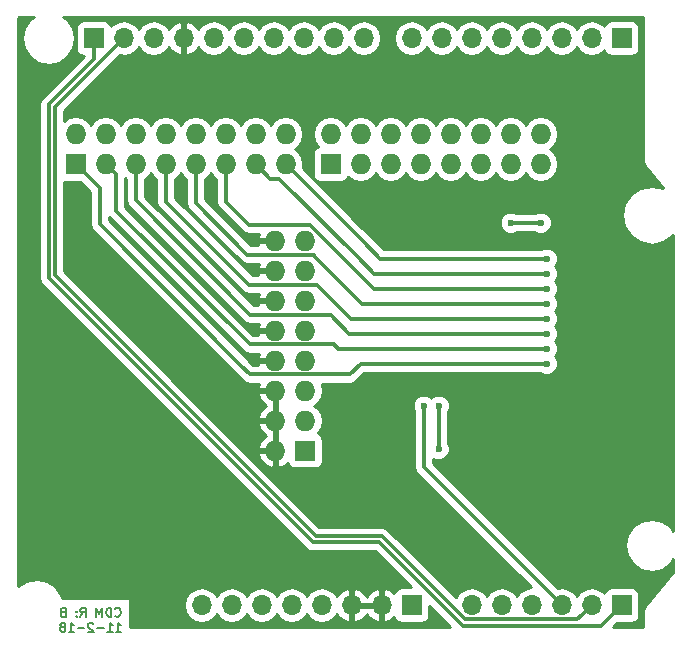
<source format=gbl>
G04 #@! TF.FileFunction,Copper,L2,Bot,Signal*
%FSLAX46Y46*%
G04 Gerber Fmt 4.6, Leading zero omitted, Abs format (unit mm)*
G04 Created by KiCad (PCBNEW 4.0.5+dfsg1-4) date Fri Nov  2 19:26:51 2018*
%MOMM*%
%LPD*%
G01*
G04 APERTURE LIST*
%ADD10C,0.100000*%
%ADD11C,0.150000*%
%ADD12C,0.600000*%
%ADD13R,1.727200X1.727200*%
%ADD14O,1.727200X1.727200*%
%ADD15R,1.700000X1.700000*%
%ADD16O,1.700000X1.700000*%
%ADD17C,0.304800*%
%ADD18C,0.254000*%
G04 APERTURE END LIST*
D10*
D11*
X134913429Y-123328357D02*
X134949143Y-123364071D01*
X135056286Y-123399786D01*
X135127715Y-123399786D01*
X135234858Y-123364071D01*
X135306286Y-123292643D01*
X135342001Y-123221214D01*
X135377715Y-123078357D01*
X135377715Y-122971214D01*
X135342001Y-122828357D01*
X135306286Y-122756929D01*
X135234858Y-122685500D01*
X135127715Y-122649786D01*
X135056286Y-122649786D01*
X134949143Y-122685500D01*
X134913429Y-122721214D01*
X134592001Y-123399786D02*
X134592001Y-122649786D01*
X134413429Y-122649786D01*
X134306286Y-122685500D01*
X134234858Y-122756929D01*
X134199143Y-122828357D01*
X134163429Y-122971214D01*
X134163429Y-123078357D01*
X134199143Y-123221214D01*
X134234858Y-123292643D01*
X134306286Y-123364071D01*
X134413429Y-123399786D01*
X134592001Y-123399786D01*
X133842001Y-123399786D02*
X133842001Y-122649786D01*
X133592001Y-123185500D01*
X133342001Y-122649786D01*
X133342001Y-123399786D01*
X131984857Y-123399786D02*
X132234857Y-123042643D01*
X132413429Y-123399786D02*
X132413429Y-122649786D01*
X132127714Y-122649786D01*
X132056286Y-122685500D01*
X132020571Y-122721214D01*
X131984857Y-122792643D01*
X131984857Y-122899786D01*
X132020571Y-122971214D01*
X132056286Y-123006929D01*
X132127714Y-123042643D01*
X132413429Y-123042643D01*
X131663429Y-123328357D02*
X131627714Y-123364071D01*
X131663429Y-123399786D01*
X131699143Y-123364071D01*
X131663429Y-123328357D01*
X131663429Y-123399786D01*
X131663429Y-122935500D02*
X131627714Y-122971214D01*
X131663429Y-123006929D01*
X131699143Y-122971214D01*
X131663429Y-122935500D01*
X131663429Y-123006929D01*
X130484857Y-123006929D02*
X130377714Y-123042643D01*
X130341999Y-123078357D01*
X130306285Y-123149786D01*
X130306285Y-123256929D01*
X130341999Y-123328357D01*
X130377714Y-123364071D01*
X130449142Y-123399786D01*
X130734857Y-123399786D01*
X130734857Y-122649786D01*
X130484857Y-122649786D01*
X130413428Y-122685500D01*
X130377714Y-122721214D01*
X130341999Y-122792643D01*
X130341999Y-122864071D01*
X130377714Y-122935500D01*
X130413428Y-122971214D01*
X130484857Y-123006929D01*
X130734857Y-123006929D01*
X134984857Y-124674786D02*
X135413429Y-124674786D01*
X135199143Y-124674786D02*
X135199143Y-123924786D01*
X135270572Y-124031929D01*
X135342000Y-124103357D01*
X135413429Y-124139071D01*
X134270571Y-124674786D02*
X134699143Y-124674786D01*
X134484857Y-124674786D02*
X134484857Y-123924786D01*
X134556286Y-124031929D01*
X134627714Y-124103357D01*
X134699143Y-124139071D01*
X133949143Y-124389071D02*
X133377714Y-124389071D01*
X133056286Y-123996214D02*
X133020572Y-123960500D01*
X132949143Y-123924786D01*
X132770572Y-123924786D01*
X132699143Y-123960500D01*
X132663429Y-123996214D01*
X132627714Y-124067643D01*
X132627714Y-124139071D01*
X132663429Y-124246214D01*
X133092000Y-124674786D01*
X132627714Y-124674786D01*
X132306286Y-124389071D02*
X131734857Y-124389071D01*
X130984857Y-124674786D02*
X131413429Y-124674786D01*
X131199143Y-124674786D02*
X131199143Y-123924786D01*
X131270572Y-124031929D01*
X131342000Y-124103357D01*
X131413429Y-124139071D01*
X130556286Y-124246214D02*
X130627714Y-124210500D01*
X130663429Y-124174786D01*
X130699143Y-124103357D01*
X130699143Y-124067643D01*
X130663429Y-123996214D01*
X130627714Y-123960500D01*
X130556286Y-123924786D01*
X130413429Y-123924786D01*
X130342000Y-123960500D01*
X130306286Y-123996214D01*
X130270571Y-124067643D01*
X130270571Y-124103357D01*
X130306286Y-124174786D01*
X130342000Y-124210500D01*
X130413429Y-124246214D01*
X130556286Y-124246214D01*
X130627714Y-124281929D01*
X130663429Y-124317643D01*
X130699143Y-124389071D01*
X130699143Y-124531929D01*
X130663429Y-124603357D01*
X130627714Y-124639071D01*
X130556286Y-124674786D01*
X130413429Y-124674786D01*
X130342000Y-124639071D01*
X130306286Y-124603357D01*
X130270571Y-124531929D01*
X130270571Y-124389071D01*
X130306286Y-124317643D01*
X130342000Y-124281929D01*
X130413429Y-124246214D01*
D12*
X163830000Y-105537000D03*
D13*
X153162000Y-85090000D03*
D14*
X153162000Y-82550000D03*
X155702000Y-85090000D03*
X155702000Y-82550000D03*
X158242000Y-85090000D03*
X158242000Y-82550000D03*
X160782000Y-85090000D03*
X160782000Y-82550000D03*
X163322000Y-85090000D03*
X163322000Y-82550000D03*
X165862000Y-85090000D03*
X165862000Y-82550000D03*
X168402000Y-85090000D03*
X168402000Y-82550000D03*
X170942000Y-85090000D03*
X170942000Y-82550000D03*
D15*
X177800000Y-122428000D03*
D16*
X175260000Y-122428000D03*
X172720000Y-122428000D03*
X170180000Y-122428000D03*
X167640000Y-122428000D03*
X165100000Y-122428000D03*
D15*
X177800000Y-74422000D03*
D16*
X175260000Y-74422000D03*
X172720000Y-74422000D03*
X170180000Y-74422000D03*
X167640000Y-74422000D03*
X165100000Y-74422000D03*
X162560000Y-74422000D03*
X160020000Y-74422000D03*
D15*
X160020000Y-122428000D03*
D16*
X157480000Y-122428000D03*
X154940000Y-122428000D03*
X152400000Y-122428000D03*
X149860000Y-122428000D03*
X147320000Y-122428000D03*
X144780000Y-122428000D03*
X142240000Y-122428000D03*
D15*
X133096000Y-74422000D03*
D16*
X135636000Y-74422000D03*
X138176000Y-74422000D03*
X140716000Y-74422000D03*
X143256000Y-74422000D03*
X145796000Y-74422000D03*
X148336000Y-74422000D03*
X150876000Y-74422000D03*
X153416000Y-74422000D03*
X155956000Y-74422000D03*
D13*
X151003000Y-109347000D03*
D14*
X148463000Y-109347000D03*
X151003000Y-106807000D03*
X148463000Y-106807000D03*
X151003000Y-104267000D03*
X148463000Y-104267000D03*
X151003000Y-101727000D03*
X148463000Y-101727000D03*
X151003000Y-99187000D03*
X148463000Y-99187000D03*
X151003000Y-96647000D03*
X148463000Y-96647000D03*
X151003000Y-94107000D03*
X148463000Y-94107000D03*
X151003000Y-91567000D03*
X148463000Y-91567000D03*
D13*
X131572000Y-85090000D03*
D14*
X131572000Y-82550000D03*
X134112000Y-85090000D03*
X134112000Y-82550000D03*
X136652000Y-85090000D03*
X136652000Y-82550000D03*
X139192000Y-85090000D03*
X139192000Y-82550000D03*
X141732000Y-85090000D03*
X141732000Y-82550000D03*
X144272000Y-85090000D03*
X144272000Y-82550000D03*
X146812000Y-85090000D03*
X146812000Y-82550000D03*
X149352000Y-85090000D03*
X149352000Y-82550000D03*
D12*
X164846000Y-86741000D03*
X162306000Y-109220000D03*
X162306000Y-105537000D03*
X161036000Y-105537000D03*
X170942000Y-90043000D03*
X168402000Y-90043000D03*
X171450000Y-101981000D03*
X171450000Y-100711000D03*
X171450000Y-99441000D03*
X171450000Y-98171000D03*
X171450000Y-96901000D03*
X171450000Y-95631000D03*
X171450000Y-94361000D03*
X171450000Y-93091000D03*
D17*
X162306000Y-105537000D02*
X162306000Y-109220000D01*
X129286000Y-94742000D02*
X129286000Y-80010000D01*
X133096000Y-76200000D02*
X129286000Y-80010000D01*
X133096000Y-74422000D02*
X133096000Y-76200000D01*
X177800000Y-122428000D02*
X176022000Y-124206000D01*
X176022000Y-124206000D02*
X164375274Y-124206000D01*
X164375274Y-124206000D02*
X157263274Y-117094000D01*
X157263274Y-117094000D02*
X151638000Y-117094000D01*
X151638000Y-117094000D02*
X129286000Y-94742000D01*
X174410001Y-123277999D02*
X175260000Y-122428000D01*
X164521311Y-123633601D02*
X174054399Y-123633601D01*
X151891989Y-116585989D02*
X157473699Y-116585989D01*
X129794000Y-94488000D02*
X151891989Y-116585989D01*
X129794000Y-80264000D02*
X129794000Y-94488000D01*
X174054399Y-123633601D02*
X174410001Y-123277999D01*
X157473699Y-116585989D02*
X164521311Y-123633601D01*
X135636000Y-74422000D02*
X129794000Y-80264000D01*
X172720000Y-122428000D02*
X161036000Y-110744000D01*
X161036000Y-110744000D02*
X161036000Y-105537000D01*
X170942000Y-90043000D02*
X168402000Y-90043000D01*
X153390599Y-102895401D02*
X154787599Y-102895401D01*
X154787599Y-102895401D02*
X155702000Y-101981000D01*
X131572000Y-85090000D02*
X133604000Y-87122000D01*
X133604000Y-87122000D02*
X133604000Y-90170000D01*
X145592799Y-102185217D02*
X146302983Y-102895401D01*
X133604000Y-90170000D02*
X145592799Y-102158799D01*
X145592799Y-102158799D02*
X145592799Y-102185217D01*
X146302983Y-102895401D02*
X153390599Y-102895401D01*
X155702000Y-101981000D02*
X171450000Y-101981000D01*
X146302983Y-100355401D02*
X153416000Y-100355401D01*
X171450000Y-100711000D02*
X153771599Y-100711000D01*
X153771599Y-100711000D02*
X153416000Y-100355401D01*
X134112000Y-85090000D02*
X134975599Y-85953599D01*
X134975599Y-89028017D02*
X146302983Y-100355401D01*
X134975599Y-85953599D02*
X134975599Y-89028017D01*
X136652000Y-85090000D02*
X136652000Y-88164418D01*
X136652000Y-88164418D02*
X146328381Y-97840799D01*
X153162000Y-97840799D02*
X154762201Y-99441000D01*
X146328381Y-97840799D02*
X153162000Y-97840799D01*
X154762201Y-99441000D02*
X171450000Y-99441000D01*
X146226783Y-95300799D02*
X152019000Y-95300799D01*
X154889201Y-98171000D02*
X152019000Y-95300799D01*
X171450000Y-98171000D02*
X154889201Y-98171000D01*
X139192000Y-85090000D02*
X139192000Y-88266016D01*
X139192000Y-88266016D02*
X146226783Y-95300799D01*
X146100799Y-92760799D02*
X151765000Y-92760799D01*
X155829000Y-96901000D02*
X171450000Y-96901000D01*
X151765000Y-92760799D02*
X151765000Y-92837000D01*
X151765000Y-92837000D02*
X155829000Y-96901000D01*
X141732000Y-88164418D02*
X141732000Y-88392000D01*
X141732000Y-88392000D02*
X146100799Y-92760799D01*
X141732000Y-88164418D02*
X141758418Y-88164418D01*
X141732000Y-85090000D02*
X141732000Y-88164418D01*
X156845000Y-95631000D02*
X171450000Y-95631000D01*
X151434799Y-90220799D02*
X156845000Y-95631000D01*
X146226783Y-90220799D02*
X151434799Y-90220799D01*
X144272000Y-85090000D02*
X144272000Y-88266016D01*
X144272000Y-88266016D02*
X146226783Y-90220799D01*
X156845000Y-94361000D02*
X156972000Y-94361000D01*
X155448000Y-92964000D02*
X156845000Y-94361000D01*
X156972000Y-94361000D02*
X171450000Y-94361000D01*
X148793201Y-86309201D02*
X155448000Y-92964000D01*
X146812000Y-85090000D02*
X148031201Y-86309201D01*
X148031201Y-86309201D02*
X148793201Y-86309201D01*
X157353000Y-93091000D02*
X171450000Y-93091000D01*
X155956000Y-91694000D02*
X157353000Y-93091000D01*
X149352000Y-85090000D02*
X155956000Y-91694000D01*
D18*
G36*
X127706323Y-72842323D02*
X127222053Y-73567085D01*
X127052000Y-74422000D01*
X127222053Y-75276915D01*
X127706323Y-76001677D01*
X128431085Y-76485947D01*
X129286000Y-76656000D01*
X130140915Y-76485947D01*
X130865677Y-76001677D01*
X131349947Y-75276915D01*
X131520000Y-74422000D01*
X131349947Y-73567085D01*
X130865677Y-72842323D01*
X130491042Y-72592000D01*
X179630000Y-72592000D01*
X179630000Y-84836000D01*
X179650861Y-84940875D01*
X179662141Y-85047202D01*
X179677697Y-85075786D01*
X179684046Y-85107705D01*
X179743451Y-85196612D01*
X179794563Y-85290531D01*
X181333095Y-87136769D01*
X181292116Y-87109388D01*
X180340000Y-86920000D01*
X179387884Y-87109388D01*
X178580718Y-87648718D01*
X178041388Y-88455884D01*
X177852000Y-89408000D01*
X178041388Y-90360116D01*
X178580718Y-91167282D01*
X179387884Y-91706612D01*
X180340000Y-91896000D01*
X181292116Y-91706612D01*
X182099282Y-91167282D01*
X182170000Y-91061445D01*
X182170000Y-116142958D01*
X181919677Y-115768323D01*
X181194915Y-115284053D01*
X180340000Y-115114000D01*
X179485085Y-115284053D01*
X178760323Y-115768323D01*
X178276053Y-116493085D01*
X178106000Y-117348000D01*
X178276053Y-118202915D01*
X178760323Y-118927677D01*
X179485085Y-119411947D01*
X180340000Y-119582000D01*
X181194915Y-119411947D01*
X181919677Y-118927677D01*
X182170000Y-118553042D01*
X182170000Y-119630945D01*
X179794563Y-122481469D01*
X179743451Y-122575388D01*
X179684046Y-122664295D01*
X179677697Y-122696214D01*
X179662141Y-122724798D01*
X179650861Y-122831125D01*
X179630000Y-122936000D01*
X179630000Y-124258000D01*
X177083552Y-124258000D01*
X177416112Y-123925440D01*
X178650000Y-123925440D01*
X178885317Y-123881162D01*
X179101441Y-123742090D01*
X179246431Y-123529890D01*
X179297440Y-123278000D01*
X179297440Y-121578000D01*
X179253162Y-121342683D01*
X179114090Y-121126559D01*
X178901890Y-120981569D01*
X178650000Y-120930560D01*
X176950000Y-120930560D01*
X176714683Y-120974838D01*
X176498559Y-121113910D01*
X176353569Y-121326110D01*
X176339914Y-121393541D01*
X176310054Y-121348853D01*
X175828285Y-121026946D01*
X175260000Y-120913907D01*
X174691715Y-121026946D01*
X174209946Y-121348853D01*
X173990000Y-121678026D01*
X173770054Y-121348853D01*
X173288285Y-121026946D01*
X172720000Y-120913907D01*
X172385913Y-120980361D01*
X161823400Y-110417848D01*
X161823400Y-110032010D01*
X162119201Y-110154838D01*
X162491167Y-110155162D01*
X162834943Y-110013117D01*
X163098192Y-109750327D01*
X163240838Y-109406799D01*
X163241162Y-109034833D01*
X163099117Y-108691057D01*
X163093400Y-108685330D01*
X163093400Y-106072111D01*
X163098192Y-106067327D01*
X163240838Y-105723799D01*
X163241162Y-105351833D01*
X163099117Y-105008057D01*
X162836327Y-104744808D01*
X162492799Y-104602162D01*
X162120833Y-104601838D01*
X161777057Y-104743883D01*
X161671046Y-104849710D01*
X161566327Y-104744808D01*
X161222799Y-104602162D01*
X160850833Y-104601838D01*
X160507057Y-104743883D01*
X160243808Y-105006673D01*
X160101162Y-105350201D01*
X160100838Y-105722167D01*
X160242883Y-106065943D01*
X160248600Y-106071670D01*
X160248600Y-110744000D01*
X160308537Y-111045325D01*
X160479224Y-111300776D01*
X170106896Y-120928448D01*
X169611715Y-121026946D01*
X169129946Y-121348853D01*
X168910000Y-121678026D01*
X168690054Y-121348853D01*
X168208285Y-121026946D01*
X167640000Y-120913907D01*
X167071715Y-121026946D01*
X166589946Y-121348853D01*
X166370000Y-121678026D01*
X166150054Y-121348853D01*
X165668285Y-121026946D01*
X165100000Y-120913907D01*
X164531715Y-121026946D01*
X164049946Y-121348853D01*
X163769633Y-121768371D01*
X158030475Y-116029213D01*
X157775024Y-115858526D01*
X157473699Y-115798589D01*
X152218141Y-115798589D01*
X146125578Y-109706026D01*
X147008042Y-109706026D01*
X147180312Y-110121947D01*
X147574510Y-110553821D01*
X148103973Y-110801968D01*
X148336000Y-110681469D01*
X148336000Y-109474000D01*
X147129183Y-109474000D01*
X147008042Y-109706026D01*
X146125578Y-109706026D01*
X143585578Y-107166026D01*
X147008042Y-107166026D01*
X147180312Y-107581947D01*
X147574510Y-108013821D01*
X147709313Y-108077000D01*
X147574510Y-108140179D01*
X147180312Y-108572053D01*
X147008042Y-108987974D01*
X147129183Y-109220000D01*
X148336000Y-109220000D01*
X148336000Y-106934000D01*
X147129183Y-106934000D01*
X147008042Y-107166026D01*
X143585578Y-107166026D01*
X141045578Y-104626026D01*
X147008042Y-104626026D01*
X147180312Y-105041947D01*
X147574510Y-105473821D01*
X147709313Y-105537000D01*
X147574510Y-105600179D01*
X147180312Y-106032053D01*
X147008042Y-106447974D01*
X147129183Y-106680000D01*
X148336000Y-106680000D01*
X148336000Y-104394000D01*
X147129183Y-104394000D01*
X147008042Y-104626026D01*
X141045578Y-104626026D01*
X130581400Y-94161848D01*
X130581400Y-86575322D01*
X130708400Y-86601040D01*
X131969488Y-86601040D01*
X132816600Y-87448152D01*
X132816600Y-90170000D01*
X132876537Y-90471325D01*
X133047224Y-90726776D01*
X144982826Y-102662378D01*
X145036023Y-102741993D01*
X145746207Y-103452177D01*
X146001658Y-103622864D01*
X146302983Y-103682801D01*
X147101306Y-103682801D01*
X147008042Y-103907974D01*
X147129183Y-104140000D01*
X148336000Y-104140000D01*
X148336000Y-104120000D01*
X148590000Y-104120000D01*
X148590000Y-104140000D01*
X148610000Y-104140000D01*
X148610000Y-104394000D01*
X148590000Y-104394000D01*
X148590000Y-106680000D01*
X148610000Y-106680000D01*
X148610000Y-106934000D01*
X148590000Y-106934000D01*
X148590000Y-109220000D01*
X148610000Y-109220000D01*
X148610000Y-109474000D01*
X148590000Y-109474000D01*
X148590000Y-110681469D01*
X148822027Y-110801968D01*
X149351490Y-110553821D01*
X149521495Y-110367567D01*
X149536238Y-110445917D01*
X149675310Y-110662041D01*
X149887510Y-110807031D01*
X150139400Y-110858040D01*
X151866600Y-110858040D01*
X152101917Y-110813762D01*
X152318041Y-110674690D01*
X152463031Y-110462490D01*
X152514040Y-110210600D01*
X152514040Y-108483400D01*
X152469762Y-108248083D01*
X152330690Y-108031959D01*
X152118490Y-107886969D01*
X152074869Y-107878136D01*
X152092029Y-107866670D01*
X152416885Y-107380489D01*
X152530959Y-106807000D01*
X152416885Y-106233511D01*
X152092029Y-105747330D01*
X151777248Y-105537000D01*
X152092029Y-105326670D01*
X152416885Y-104840489D01*
X152530959Y-104267000D01*
X152416885Y-103693511D01*
X152409729Y-103682801D01*
X154787599Y-103682801D01*
X155088924Y-103622864D01*
X155344375Y-103452177D01*
X156028152Y-102768400D01*
X170914889Y-102768400D01*
X170919673Y-102773192D01*
X171263201Y-102915838D01*
X171635167Y-102916162D01*
X171978943Y-102774117D01*
X172242192Y-102511327D01*
X172384838Y-102167799D01*
X172385162Y-101795833D01*
X172243117Y-101452057D01*
X172137290Y-101346046D01*
X172242192Y-101241327D01*
X172384838Y-100897799D01*
X172385162Y-100525833D01*
X172243117Y-100182057D01*
X172137290Y-100076046D01*
X172242192Y-99971327D01*
X172384838Y-99627799D01*
X172385162Y-99255833D01*
X172243117Y-98912057D01*
X172137290Y-98806046D01*
X172242192Y-98701327D01*
X172384838Y-98357799D01*
X172385162Y-97985833D01*
X172243117Y-97642057D01*
X172137290Y-97536046D01*
X172242192Y-97431327D01*
X172384838Y-97087799D01*
X172385162Y-96715833D01*
X172243117Y-96372057D01*
X172137290Y-96266046D01*
X172242192Y-96161327D01*
X172384838Y-95817799D01*
X172385162Y-95445833D01*
X172243117Y-95102057D01*
X172137290Y-94996046D01*
X172242192Y-94891327D01*
X172384838Y-94547799D01*
X172385162Y-94175833D01*
X172243117Y-93832057D01*
X172137290Y-93726046D01*
X172242192Y-93621327D01*
X172384838Y-93277799D01*
X172385162Y-92905833D01*
X172243117Y-92562057D01*
X171980327Y-92298808D01*
X171636799Y-92156162D01*
X171264833Y-92155838D01*
X170921057Y-92297883D01*
X170915330Y-92303600D01*
X157679152Y-92303600D01*
X155603719Y-90228167D01*
X167466838Y-90228167D01*
X167608883Y-90571943D01*
X167871673Y-90835192D01*
X168215201Y-90977838D01*
X168587167Y-90978162D01*
X168930943Y-90836117D01*
X168936670Y-90830400D01*
X170406889Y-90830400D01*
X170411673Y-90835192D01*
X170755201Y-90977838D01*
X171127167Y-90978162D01*
X171470943Y-90836117D01*
X171734192Y-90573327D01*
X171876838Y-90229799D01*
X171877162Y-89857833D01*
X171735117Y-89514057D01*
X171472327Y-89250808D01*
X171128799Y-89108162D01*
X170756833Y-89107838D01*
X170413057Y-89249883D01*
X170407330Y-89255600D01*
X168937111Y-89255600D01*
X168932327Y-89250808D01*
X168588799Y-89108162D01*
X168216833Y-89107838D01*
X167873057Y-89249883D01*
X167609808Y-89512673D01*
X167467162Y-89856201D01*
X167466838Y-90228167D01*
X155603719Y-90228167D01*
X150791587Y-85416035D01*
X150850600Y-85119359D01*
X150850600Y-85060641D01*
X150736526Y-84487152D01*
X150562297Y-84226400D01*
X151650960Y-84226400D01*
X151650960Y-85953600D01*
X151695238Y-86188917D01*
X151834310Y-86405041D01*
X152046510Y-86550031D01*
X152298400Y-86601040D01*
X154025600Y-86601040D01*
X154260917Y-86556762D01*
X154477041Y-86417690D01*
X154622031Y-86205490D01*
X154630864Y-86161869D01*
X154642330Y-86179029D01*
X155128511Y-86503885D01*
X155702000Y-86617959D01*
X156275489Y-86503885D01*
X156761670Y-86179029D01*
X156972000Y-85864248D01*
X157182330Y-86179029D01*
X157668511Y-86503885D01*
X158242000Y-86617959D01*
X158815489Y-86503885D01*
X159301670Y-86179029D01*
X159512000Y-85864248D01*
X159722330Y-86179029D01*
X160208511Y-86503885D01*
X160782000Y-86617959D01*
X161355489Y-86503885D01*
X161841670Y-86179029D01*
X162052000Y-85864248D01*
X162262330Y-86179029D01*
X162748511Y-86503885D01*
X163322000Y-86617959D01*
X163895489Y-86503885D01*
X164381670Y-86179029D01*
X164592000Y-85864248D01*
X164802330Y-86179029D01*
X165288511Y-86503885D01*
X165862000Y-86617959D01*
X166435489Y-86503885D01*
X166921670Y-86179029D01*
X167132000Y-85864248D01*
X167342330Y-86179029D01*
X167828511Y-86503885D01*
X168402000Y-86617959D01*
X168975489Y-86503885D01*
X169461670Y-86179029D01*
X169672000Y-85864248D01*
X169882330Y-86179029D01*
X170368511Y-86503885D01*
X170942000Y-86617959D01*
X171515489Y-86503885D01*
X172001670Y-86179029D01*
X172326526Y-85692848D01*
X172440600Y-85119359D01*
X172440600Y-85060641D01*
X172326526Y-84487152D01*
X172001670Y-84000971D01*
X171730828Y-83820000D01*
X172001670Y-83639029D01*
X172326526Y-83152848D01*
X172440600Y-82579359D01*
X172440600Y-82520641D01*
X172326526Y-81947152D01*
X172001670Y-81460971D01*
X171515489Y-81136115D01*
X170942000Y-81022041D01*
X170368511Y-81136115D01*
X169882330Y-81460971D01*
X169672000Y-81775752D01*
X169461670Y-81460971D01*
X168975489Y-81136115D01*
X168402000Y-81022041D01*
X167828511Y-81136115D01*
X167342330Y-81460971D01*
X167132000Y-81775752D01*
X166921670Y-81460971D01*
X166435489Y-81136115D01*
X165862000Y-81022041D01*
X165288511Y-81136115D01*
X164802330Y-81460971D01*
X164592000Y-81775752D01*
X164381670Y-81460971D01*
X163895489Y-81136115D01*
X163322000Y-81022041D01*
X162748511Y-81136115D01*
X162262330Y-81460971D01*
X162052000Y-81775752D01*
X161841670Y-81460971D01*
X161355489Y-81136115D01*
X160782000Y-81022041D01*
X160208511Y-81136115D01*
X159722330Y-81460971D01*
X159512000Y-81775752D01*
X159301670Y-81460971D01*
X158815489Y-81136115D01*
X158242000Y-81022041D01*
X157668511Y-81136115D01*
X157182330Y-81460971D01*
X156972000Y-81775752D01*
X156761670Y-81460971D01*
X156275489Y-81136115D01*
X155702000Y-81022041D01*
X155128511Y-81136115D01*
X154642330Y-81460971D01*
X154432000Y-81775752D01*
X154221670Y-81460971D01*
X153735489Y-81136115D01*
X153162000Y-81022041D01*
X152588511Y-81136115D01*
X152102330Y-81460971D01*
X151777474Y-81947152D01*
X151663400Y-82520641D01*
X151663400Y-82579359D01*
X151777474Y-83152848D01*
X152088574Y-83618442D01*
X152063083Y-83623238D01*
X151846959Y-83762310D01*
X151701969Y-83974510D01*
X151650960Y-84226400D01*
X150562297Y-84226400D01*
X150411670Y-84000971D01*
X150140828Y-83820000D01*
X150411670Y-83639029D01*
X150736526Y-83152848D01*
X150850600Y-82579359D01*
X150850600Y-82520641D01*
X150736526Y-81947152D01*
X150411670Y-81460971D01*
X149925489Y-81136115D01*
X149352000Y-81022041D01*
X148778511Y-81136115D01*
X148292330Y-81460971D01*
X148082000Y-81775752D01*
X147871670Y-81460971D01*
X147385489Y-81136115D01*
X146812000Y-81022041D01*
X146238511Y-81136115D01*
X145752330Y-81460971D01*
X145542000Y-81775752D01*
X145331670Y-81460971D01*
X144845489Y-81136115D01*
X144272000Y-81022041D01*
X143698511Y-81136115D01*
X143212330Y-81460971D01*
X143002000Y-81775752D01*
X142791670Y-81460971D01*
X142305489Y-81136115D01*
X141732000Y-81022041D01*
X141158511Y-81136115D01*
X140672330Y-81460971D01*
X140462000Y-81775752D01*
X140251670Y-81460971D01*
X139765489Y-81136115D01*
X139192000Y-81022041D01*
X138618511Y-81136115D01*
X138132330Y-81460971D01*
X137922000Y-81775752D01*
X137711670Y-81460971D01*
X137225489Y-81136115D01*
X136652000Y-81022041D01*
X136078511Y-81136115D01*
X135592330Y-81460971D01*
X135382000Y-81775752D01*
X135171670Y-81460971D01*
X134685489Y-81136115D01*
X134112000Y-81022041D01*
X133538511Y-81136115D01*
X133052330Y-81460971D01*
X132842000Y-81775752D01*
X132631670Y-81460971D01*
X132145489Y-81136115D01*
X131572000Y-81022041D01*
X130998511Y-81136115D01*
X130581400Y-81414820D01*
X130581400Y-80590152D01*
X135301913Y-75869639D01*
X135636000Y-75936093D01*
X136204285Y-75823054D01*
X136686054Y-75501147D01*
X136906000Y-75171974D01*
X137125946Y-75501147D01*
X137607715Y-75823054D01*
X138176000Y-75936093D01*
X138744285Y-75823054D01*
X139226054Y-75501147D01*
X139453702Y-75160447D01*
X139520817Y-75303358D01*
X139949076Y-75693645D01*
X140359110Y-75863476D01*
X140589000Y-75742155D01*
X140589000Y-74549000D01*
X140569000Y-74549000D01*
X140569000Y-74295000D01*
X140589000Y-74295000D01*
X140589000Y-73101845D01*
X140843000Y-73101845D01*
X140843000Y-74295000D01*
X140863000Y-74295000D01*
X140863000Y-74549000D01*
X140843000Y-74549000D01*
X140843000Y-75742155D01*
X141072890Y-75863476D01*
X141482924Y-75693645D01*
X141911183Y-75303358D01*
X141978298Y-75160447D01*
X142205946Y-75501147D01*
X142687715Y-75823054D01*
X143256000Y-75936093D01*
X143824285Y-75823054D01*
X144306054Y-75501147D01*
X144526000Y-75171974D01*
X144745946Y-75501147D01*
X145227715Y-75823054D01*
X145796000Y-75936093D01*
X146364285Y-75823054D01*
X146846054Y-75501147D01*
X147066000Y-75171974D01*
X147285946Y-75501147D01*
X147767715Y-75823054D01*
X148336000Y-75936093D01*
X148904285Y-75823054D01*
X149386054Y-75501147D01*
X149606000Y-75171974D01*
X149825946Y-75501147D01*
X150307715Y-75823054D01*
X150876000Y-75936093D01*
X151444285Y-75823054D01*
X151926054Y-75501147D01*
X152146000Y-75171974D01*
X152365946Y-75501147D01*
X152847715Y-75823054D01*
X153416000Y-75936093D01*
X153984285Y-75823054D01*
X154466054Y-75501147D01*
X154686000Y-75171974D01*
X154905946Y-75501147D01*
X155387715Y-75823054D01*
X155956000Y-75936093D01*
X156524285Y-75823054D01*
X157006054Y-75501147D01*
X157327961Y-75019378D01*
X157441000Y-74451093D01*
X157441000Y-74392907D01*
X158535000Y-74392907D01*
X158535000Y-74451093D01*
X158648039Y-75019378D01*
X158969946Y-75501147D01*
X159451715Y-75823054D01*
X160020000Y-75936093D01*
X160588285Y-75823054D01*
X161070054Y-75501147D01*
X161290000Y-75171974D01*
X161509946Y-75501147D01*
X161991715Y-75823054D01*
X162560000Y-75936093D01*
X163128285Y-75823054D01*
X163610054Y-75501147D01*
X163830000Y-75171974D01*
X164049946Y-75501147D01*
X164531715Y-75823054D01*
X165100000Y-75936093D01*
X165668285Y-75823054D01*
X166150054Y-75501147D01*
X166370000Y-75171974D01*
X166589946Y-75501147D01*
X167071715Y-75823054D01*
X167640000Y-75936093D01*
X168208285Y-75823054D01*
X168690054Y-75501147D01*
X168910000Y-75171974D01*
X169129946Y-75501147D01*
X169611715Y-75823054D01*
X170180000Y-75936093D01*
X170748285Y-75823054D01*
X171230054Y-75501147D01*
X171450000Y-75171974D01*
X171669946Y-75501147D01*
X172151715Y-75823054D01*
X172720000Y-75936093D01*
X173288285Y-75823054D01*
X173770054Y-75501147D01*
X173990000Y-75171974D01*
X174209946Y-75501147D01*
X174691715Y-75823054D01*
X175260000Y-75936093D01*
X175828285Y-75823054D01*
X176310054Y-75501147D01*
X176337850Y-75459548D01*
X176346838Y-75507317D01*
X176485910Y-75723441D01*
X176698110Y-75868431D01*
X176950000Y-75919440D01*
X178650000Y-75919440D01*
X178885317Y-75875162D01*
X179101441Y-75736090D01*
X179246431Y-75523890D01*
X179297440Y-75272000D01*
X179297440Y-73572000D01*
X179253162Y-73336683D01*
X179114090Y-73120559D01*
X178901890Y-72975569D01*
X178650000Y-72924560D01*
X176950000Y-72924560D01*
X176714683Y-72968838D01*
X176498559Y-73107910D01*
X176353569Y-73320110D01*
X176339914Y-73387541D01*
X176310054Y-73342853D01*
X175828285Y-73020946D01*
X175260000Y-72907907D01*
X174691715Y-73020946D01*
X174209946Y-73342853D01*
X173990000Y-73672026D01*
X173770054Y-73342853D01*
X173288285Y-73020946D01*
X172720000Y-72907907D01*
X172151715Y-73020946D01*
X171669946Y-73342853D01*
X171450000Y-73672026D01*
X171230054Y-73342853D01*
X170748285Y-73020946D01*
X170180000Y-72907907D01*
X169611715Y-73020946D01*
X169129946Y-73342853D01*
X168910000Y-73672026D01*
X168690054Y-73342853D01*
X168208285Y-73020946D01*
X167640000Y-72907907D01*
X167071715Y-73020946D01*
X166589946Y-73342853D01*
X166370000Y-73672026D01*
X166150054Y-73342853D01*
X165668285Y-73020946D01*
X165100000Y-72907907D01*
X164531715Y-73020946D01*
X164049946Y-73342853D01*
X163830000Y-73672026D01*
X163610054Y-73342853D01*
X163128285Y-73020946D01*
X162560000Y-72907907D01*
X161991715Y-73020946D01*
X161509946Y-73342853D01*
X161290000Y-73672026D01*
X161070054Y-73342853D01*
X160588285Y-73020946D01*
X160020000Y-72907907D01*
X159451715Y-73020946D01*
X158969946Y-73342853D01*
X158648039Y-73824622D01*
X158535000Y-74392907D01*
X157441000Y-74392907D01*
X157327961Y-73824622D01*
X157006054Y-73342853D01*
X156524285Y-73020946D01*
X155956000Y-72907907D01*
X155387715Y-73020946D01*
X154905946Y-73342853D01*
X154686000Y-73672026D01*
X154466054Y-73342853D01*
X153984285Y-73020946D01*
X153416000Y-72907907D01*
X152847715Y-73020946D01*
X152365946Y-73342853D01*
X152146000Y-73672026D01*
X151926054Y-73342853D01*
X151444285Y-73020946D01*
X150876000Y-72907907D01*
X150307715Y-73020946D01*
X149825946Y-73342853D01*
X149606000Y-73672026D01*
X149386054Y-73342853D01*
X148904285Y-73020946D01*
X148336000Y-72907907D01*
X147767715Y-73020946D01*
X147285946Y-73342853D01*
X147066000Y-73672026D01*
X146846054Y-73342853D01*
X146364285Y-73020946D01*
X145796000Y-72907907D01*
X145227715Y-73020946D01*
X144745946Y-73342853D01*
X144526000Y-73672026D01*
X144306054Y-73342853D01*
X143824285Y-73020946D01*
X143256000Y-72907907D01*
X142687715Y-73020946D01*
X142205946Y-73342853D01*
X141978298Y-73683553D01*
X141911183Y-73540642D01*
X141482924Y-73150355D01*
X141072890Y-72980524D01*
X140843000Y-73101845D01*
X140589000Y-73101845D01*
X140359110Y-72980524D01*
X139949076Y-73150355D01*
X139520817Y-73540642D01*
X139453702Y-73683553D01*
X139226054Y-73342853D01*
X138744285Y-73020946D01*
X138176000Y-72907907D01*
X137607715Y-73020946D01*
X137125946Y-73342853D01*
X136906000Y-73672026D01*
X136686054Y-73342853D01*
X136204285Y-73020946D01*
X135636000Y-72907907D01*
X135067715Y-73020946D01*
X134585946Y-73342853D01*
X134558150Y-73384452D01*
X134549162Y-73336683D01*
X134410090Y-73120559D01*
X134197890Y-72975569D01*
X133946000Y-72924560D01*
X132246000Y-72924560D01*
X132010683Y-72968838D01*
X131794559Y-73107910D01*
X131649569Y-73320110D01*
X131598560Y-73572000D01*
X131598560Y-75272000D01*
X131642838Y-75507317D01*
X131781910Y-75723441D01*
X131994110Y-75868431D01*
X132246000Y-75919440D01*
X132263008Y-75919440D01*
X128729224Y-79453224D01*
X128558537Y-79708675D01*
X128498600Y-80010000D01*
X128498600Y-94742000D01*
X128558537Y-95043325D01*
X128729224Y-95298776D01*
X151081224Y-117650776D01*
X151336675Y-117821463D01*
X151638000Y-117881400D01*
X156937122Y-117881400D01*
X159986282Y-120930560D01*
X159170000Y-120930560D01*
X158934683Y-120974838D01*
X158718559Y-121113910D01*
X158573569Y-121326110D01*
X158551699Y-121434107D01*
X158246924Y-121156355D01*
X157836890Y-120986524D01*
X157607000Y-121107845D01*
X157607000Y-122301000D01*
X157627000Y-122301000D01*
X157627000Y-122555000D01*
X157607000Y-122555000D01*
X157607000Y-123748155D01*
X157836890Y-123869476D01*
X158246924Y-123699645D01*
X158549937Y-123423499D01*
X158566838Y-123513317D01*
X158705910Y-123729441D01*
X158918110Y-123874431D01*
X159170000Y-123925440D01*
X160870000Y-123925440D01*
X161105317Y-123881162D01*
X161321441Y-123742090D01*
X161466431Y-123529890D01*
X161517440Y-123278000D01*
X161517440Y-122461718D01*
X163313722Y-124258000D01*
X136191286Y-124258000D01*
X136191286Y-122398907D01*
X140755000Y-122398907D01*
X140755000Y-122457093D01*
X140868039Y-123025378D01*
X141189946Y-123507147D01*
X141671715Y-123829054D01*
X142240000Y-123942093D01*
X142808285Y-123829054D01*
X143290054Y-123507147D01*
X143510000Y-123177974D01*
X143729946Y-123507147D01*
X144211715Y-123829054D01*
X144780000Y-123942093D01*
X145348285Y-123829054D01*
X145830054Y-123507147D01*
X146050000Y-123177974D01*
X146269946Y-123507147D01*
X146751715Y-123829054D01*
X147320000Y-123942093D01*
X147888285Y-123829054D01*
X148370054Y-123507147D01*
X148590000Y-123177974D01*
X148809946Y-123507147D01*
X149291715Y-123829054D01*
X149860000Y-123942093D01*
X150428285Y-123829054D01*
X150910054Y-123507147D01*
X151130000Y-123177974D01*
X151349946Y-123507147D01*
X151831715Y-123829054D01*
X152400000Y-123942093D01*
X152968285Y-123829054D01*
X153450054Y-123507147D01*
X153677702Y-123166447D01*
X153744817Y-123309358D01*
X154173076Y-123699645D01*
X154583110Y-123869476D01*
X154813000Y-123748155D01*
X154813000Y-122555000D01*
X155067000Y-122555000D01*
X155067000Y-123748155D01*
X155296890Y-123869476D01*
X155706924Y-123699645D01*
X156135183Y-123309358D01*
X156210000Y-123150046D01*
X156284817Y-123309358D01*
X156713076Y-123699645D01*
X157123110Y-123869476D01*
X157353000Y-123748155D01*
X157353000Y-122555000D01*
X155067000Y-122555000D01*
X154813000Y-122555000D01*
X154793000Y-122555000D01*
X154793000Y-122301000D01*
X154813000Y-122301000D01*
X154813000Y-121107845D01*
X155067000Y-121107845D01*
X155067000Y-122301000D01*
X157353000Y-122301000D01*
X157353000Y-121107845D01*
X157123110Y-120986524D01*
X156713076Y-121156355D01*
X156284817Y-121546642D01*
X156210000Y-121705954D01*
X156135183Y-121546642D01*
X155706924Y-121156355D01*
X155296890Y-120986524D01*
X155067000Y-121107845D01*
X154813000Y-121107845D01*
X154583110Y-120986524D01*
X154173076Y-121156355D01*
X153744817Y-121546642D01*
X153677702Y-121689553D01*
X153450054Y-121348853D01*
X152968285Y-121026946D01*
X152400000Y-120913907D01*
X151831715Y-121026946D01*
X151349946Y-121348853D01*
X151130000Y-121678026D01*
X150910054Y-121348853D01*
X150428285Y-121026946D01*
X149860000Y-120913907D01*
X149291715Y-121026946D01*
X148809946Y-121348853D01*
X148590000Y-121678026D01*
X148370054Y-121348853D01*
X147888285Y-121026946D01*
X147320000Y-120913907D01*
X146751715Y-121026946D01*
X146269946Y-121348853D01*
X146050000Y-121678026D01*
X145830054Y-121348853D01*
X145348285Y-121026946D01*
X144780000Y-120913907D01*
X144211715Y-121026946D01*
X143729946Y-121348853D01*
X143510000Y-121678026D01*
X143290054Y-121348853D01*
X142808285Y-121026946D01*
X142240000Y-120913907D01*
X141671715Y-121026946D01*
X141189946Y-121348853D01*
X140868039Y-121830622D01*
X140755000Y-122398907D01*
X136191286Y-122398907D01*
X136191286Y-121825500D01*
X130384155Y-121825500D01*
X130333947Y-121573085D01*
X129849677Y-120848323D01*
X129124915Y-120364053D01*
X128270000Y-120194000D01*
X127415085Y-120364053D01*
X126694000Y-120845866D01*
X126694000Y-72684092D01*
X126786091Y-72592000D01*
X128080958Y-72592000D01*
X127706323Y-72842323D01*
X127706323Y-72842323D01*
G37*
X127706323Y-72842323D02*
X127222053Y-73567085D01*
X127052000Y-74422000D01*
X127222053Y-75276915D01*
X127706323Y-76001677D01*
X128431085Y-76485947D01*
X129286000Y-76656000D01*
X130140915Y-76485947D01*
X130865677Y-76001677D01*
X131349947Y-75276915D01*
X131520000Y-74422000D01*
X131349947Y-73567085D01*
X130865677Y-72842323D01*
X130491042Y-72592000D01*
X179630000Y-72592000D01*
X179630000Y-84836000D01*
X179650861Y-84940875D01*
X179662141Y-85047202D01*
X179677697Y-85075786D01*
X179684046Y-85107705D01*
X179743451Y-85196612D01*
X179794563Y-85290531D01*
X181333095Y-87136769D01*
X181292116Y-87109388D01*
X180340000Y-86920000D01*
X179387884Y-87109388D01*
X178580718Y-87648718D01*
X178041388Y-88455884D01*
X177852000Y-89408000D01*
X178041388Y-90360116D01*
X178580718Y-91167282D01*
X179387884Y-91706612D01*
X180340000Y-91896000D01*
X181292116Y-91706612D01*
X182099282Y-91167282D01*
X182170000Y-91061445D01*
X182170000Y-116142958D01*
X181919677Y-115768323D01*
X181194915Y-115284053D01*
X180340000Y-115114000D01*
X179485085Y-115284053D01*
X178760323Y-115768323D01*
X178276053Y-116493085D01*
X178106000Y-117348000D01*
X178276053Y-118202915D01*
X178760323Y-118927677D01*
X179485085Y-119411947D01*
X180340000Y-119582000D01*
X181194915Y-119411947D01*
X181919677Y-118927677D01*
X182170000Y-118553042D01*
X182170000Y-119630945D01*
X179794563Y-122481469D01*
X179743451Y-122575388D01*
X179684046Y-122664295D01*
X179677697Y-122696214D01*
X179662141Y-122724798D01*
X179650861Y-122831125D01*
X179630000Y-122936000D01*
X179630000Y-124258000D01*
X177083552Y-124258000D01*
X177416112Y-123925440D01*
X178650000Y-123925440D01*
X178885317Y-123881162D01*
X179101441Y-123742090D01*
X179246431Y-123529890D01*
X179297440Y-123278000D01*
X179297440Y-121578000D01*
X179253162Y-121342683D01*
X179114090Y-121126559D01*
X178901890Y-120981569D01*
X178650000Y-120930560D01*
X176950000Y-120930560D01*
X176714683Y-120974838D01*
X176498559Y-121113910D01*
X176353569Y-121326110D01*
X176339914Y-121393541D01*
X176310054Y-121348853D01*
X175828285Y-121026946D01*
X175260000Y-120913907D01*
X174691715Y-121026946D01*
X174209946Y-121348853D01*
X173990000Y-121678026D01*
X173770054Y-121348853D01*
X173288285Y-121026946D01*
X172720000Y-120913907D01*
X172385913Y-120980361D01*
X161823400Y-110417848D01*
X161823400Y-110032010D01*
X162119201Y-110154838D01*
X162491167Y-110155162D01*
X162834943Y-110013117D01*
X163098192Y-109750327D01*
X163240838Y-109406799D01*
X163241162Y-109034833D01*
X163099117Y-108691057D01*
X163093400Y-108685330D01*
X163093400Y-106072111D01*
X163098192Y-106067327D01*
X163240838Y-105723799D01*
X163241162Y-105351833D01*
X163099117Y-105008057D01*
X162836327Y-104744808D01*
X162492799Y-104602162D01*
X162120833Y-104601838D01*
X161777057Y-104743883D01*
X161671046Y-104849710D01*
X161566327Y-104744808D01*
X161222799Y-104602162D01*
X160850833Y-104601838D01*
X160507057Y-104743883D01*
X160243808Y-105006673D01*
X160101162Y-105350201D01*
X160100838Y-105722167D01*
X160242883Y-106065943D01*
X160248600Y-106071670D01*
X160248600Y-110744000D01*
X160308537Y-111045325D01*
X160479224Y-111300776D01*
X170106896Y-120928448D01*
X169611715Y-121026946D01*
X169129946Y-121348853D01*
X168910000Y-121678026D01*
X168690054Y-121348853D01*
X168208285Y-121026946D01*
X167640000Y-120913907D01*
X167071715Y-121026946D01*
X166589946Y-121348853D01*
X166370000Y-121678026D01*
X166150054Y-121348853D01*
X165668285Y-121026946D01*
X165100000Y-120913907D01*
X164531715Y-121026946D01*
X164049946Y-121348853D01*
X163769633Y-121768371D01*
X158030475Y-116029213D01*
X157775024Y-115858526D01*
X157473699Y-115798589D01*
X152218141Y-115798589D01*
X146125578Y-109706026D01*
X147008042Y-109706026D01*
X147180312Y-110121947D01*
X147574510Y-110553821D01*
X148103973Y-110801968D01*
X148336000Y-110681469D01*
X148336000Y-109474000D01*
X147129183Y-109474000D01*
X147008042Y-109706026D01*
X146125578Y-109706026D01*
X143585578Y-107166026D01*
X147008042Y-107166026D01*
X147180312Y-107581947D01*
X147574510Y-108013821D01*
X147709313Y-108077000D01*
X147574510Y-108140179D01*
X147180312Y-108572053D01*
X147008042Y-108987974D01*
X147129183Y-109220000D01*
X148336000Y-109220000D01*
X148336000Y-106934000D01*
X147129183Y-106934000D01*
X147008042Y-107166026D01*
X143585578Y-107166026D01*
X141045578Y-104626026D01*
X147008042Y-104626026D01*
X147180312Y-105041947D01*
X147574510Y-105473821D01*
X147709313Y-105537000D01*
X147574510Y-105600179D01*
X147180312Y-106032053D01*
X147008042Y-106447974D01*
X147129183Y-106680000D01*
X148336000Y-106680000D01*
X148336000Y-104394000D01*
X147129183Y-104394000D01*
X147008042Y-104626026D01*
X141045578Y-104626026D01*
X130581400Y-94161848D01*
X130581400Y-86575322D01*
X130708400Y-86601040D01*
X131969488Y-86601040D01*
X132816600Y-87448152D01*
X132816600Y-90170000D01*
X132876537Y-90471325D01*
X133047224Y-90726776D01*
X144982826Y-102662378D01*
X145036023Y-102741993D01*
X145746207Y-103452177D01*
X146001658Y-103622864D01*
X146302983Y-103682801D01*
X147101306Y-103682801D01*
X147008042Y-103907974D01*
X147129183Y-104140000D01*
X148336000Y-104140000D01*
X148336000Y-104120000D01*
X148590000Y-104120000D01*
X148590000Y-104140000D01*
X148610000Y-104140000D01*
X148610000Y-104394000D01*
X148590000Y-104394000D01*
X148590000Y-106680000D01*
X148610000Y-106680000D01*
X148610000Y-106934000D01*
X148590000Y-106934000D01*
X148590000Y-109220000D01*
X148610000Y-109220000D01*
X148610000Y-109474000D01*
X148590000Y-109474000D01*
X148590000Y-110681469D01*
X148822027Y-110801968D01*
X149351490Y-110553821D01*
X149521495Y-110367567D01*
X149536238Y-110445917D01*
X149675310Y-110662041D01*
X149887510Y-110807031D01*
X150139400Y-110858040D01*
X151866600Y-110858040D01*
X152101917Y-110813762D01*
X152318041Y-110674690D01*
X152463031Y-110462490D01*
X152514040Y-110210600D01*
X152514040Y-108483400D01*
X152469762Y-108248083D01*
X152330690Y-108031959D01*
X152118490Y-107886969D01*
X152074869Y-107878136D01*
X152092029Y-107866670D01*
X152416885Y-107380489D01*
X152530959Y-106807000D01*
X152416885Y-106233511D01*
X152092029Y-105747330D01*
X151777248Y-105537000D01*
X152092029Y-105326670D01*
X152416885Y-104840489D01*
X152530959Y-104267000D01*
X152416885Y-103693511D01*
X152409729Y-103682801D01*
X154787599Y-103682801D01*
X155088924Y-103622864D01*
X155344375Y-103452177D01*
X156028152Y-102768400D01*
X170914889Y-102768400D01*
X170919673Y-102773192D01*
X171263201Y-102915838D01*
X171635167Y-102916162D01*
X171978943Y-102774117D01*
X172242192Y-102511327D01*
X172384838Y-102167799D01*
X172385162Y-101795833D01*
X172243117Y-101452057D01*
X172137290Y-101346046D01*
X172242192Y-101241327D01*
X172384838Y-100897799D01*
X172385162Y-100525833D01*
X172243117Y-100182057D01*
X172137290Y-100076046D01*
X172242192Y-99971327D01*
X172384838Y-99627799D01*
X172385162Y-99255833D01*
X172243117Y-98912057D01*
X172137290Y-98806046D01*
X172242192Y-98701327D01*
X172384838Y-98357799D01*
X172385162Y-97985833D01*
X172243117Y-97642057D01*
X172137290Y-97536046D01*
X172242192Y-97431327D01*
X172384838Y-97087799D01*
X172385162Y-96715833D01*
X172243117Y-96372057D01*
X172137290Y-96266046D01*
X172242192Y-96161327D01*
X172384838Y-95817799D01*
X172385162Y-95445833D01*
X172243117Y-95102057D01*
X172137290Y-94996046D01*
X172242192Y-94891327D01*
X172384838Y-94547799D01*
X172385162Y-94175833D01*
X172243117Y-93832057D01*
X172137290Y-93726046D01*
X172242192Y-93621327D01*
X172384838Y-93277799D01*
X172385162Y-92905833D01*
X172243117Y-92562057D01*
X171980327Y-92298808D01*
X171636799Y-92156162D01*
X171264833Y-92155838D01*
X170921057Y-92297883D01*
X170915330Y-92303600D01*
X157679152Y-92303600D01*
X155603719Y-90228167D01*
X167466838Y-90228167D01*
X167608883Y-90571943D01*
X167871673Y-90835192D01*
X168215201Y-90977838D01*
X168587167Y-90978162D01*
X168930943Y-90836117D01*
X168936670Y-90830400D01*
X170406889Y-90830400D01*
X170411673Y-90835192D01*
X170755201Y-90977838D01*
X171127167Y-90978162D01*
X171470943Y-90836117D01*
X171734192Y-90573327D01*
X171876838Y-90229799D01*
X171877162Y-89857833D01*
X171735117Y-89514057D01*
X171472327Y-89250808D01*
X171128799Y-89108162D01*
X170756833Y-89107838D01*
X170413057Y-89249883D01*
X170407330Y-89255600D01*
X168937111Y-89255600D01*
X168932327Y-89250808D01*
X168588799Y-89108162D01*
X168216833Y-89107838D01*
X167873057Y-89249883D01*
X167609808Y-89512673D01*
X167467162Y-89856201D01*
X167466838Y-90228167D01*
X155603719Y-90228167D01*
X150791587Y-85416035D01*
X150850600Y-85119359D01*
X150850600Y-85060641D01*
X150736526Y-84487152D01*
X150562297Y-84226400D01*
X151650960Y-84226400D01*
X151650960Y-85953600D01*
X151695238Y-86188917D01*
X151834310Y-86405041D01*
X152046510Y-86550031D01*
X152298400Y-86601040D01*
X154025600Y-86601040D01*
X154260917Y-86556762D01*
X154477041Y-86417690D01*
X154622031Y-86205490D01*
X154630864Y-86161869D01*
X154642330Y-86179029D01*
X155128511Y-86503885D01*
X155702000Y-86617959D01*
X156275489Y-86503885D01*
X156761670Y-86179029D01*
X156972000Y-85864248D01*
X157182330Y-86179029D01*
X157668511Y-86503885D01*
X158242000Y-86617959D01*
X158815489Y-86503885D01*
X159301670Y-86179029D01*
X159512000Y-85864248D01*
X159722330Y-86179029D01*
X160208511Y-86503885D01*
X160782000Y-86617959D01*
X161355489Y-86503885D01*
X161841670Y-86179029D01*
X162052000Y-85864248D01*
X162262330Y-86179029D01*
X162748511Y-86503885D01*
X163322000Y-86617959D01*
X163895489Y-86503885D01*
X164381670Y-86179029D01*
X164592000Y-85864248D01*
X164802330Y-86179029D01*
X165288511Y-86503885D01*
X165862000Y-86617959D01*
X166435489Y-86503885D01*
X166921670Y-86179029D01*
X167132000Y-85864248D01*
X167342330Y-86179029D01*
X167828511Y-86503885D01*
X168402000Y-86617959D01*
X168975489Y-86503885D01*
X169461670Y-86179029D01*
X169672000Y-85864248D01*
X169882330Y-86179029D01*
X170368511Y-86503885D01*
X170942000Y-86617959D01*
X171515489Y-86503885D01*
X172001670Y-86179029D01*
X172326526Y-85692848D01*
X172440600Y-85119359D01*
X172440600Y-85060641D01*
X172326526Y-84487152D01*
X172001670Y-84000971D01*
X171730828Y-83820000D01*
X172001670Y-83639029D01*
X172326526Y-83152848D01*
X172440600Y-82579359D01*
X172440600Y-82520641D01*
X172326526Y-81947152D01*
X172001670Y-81460971D01*
X171515489Y-81136115D01*
X170942000Y-81022041D01*
X170368511Y-81136115D01*
X169882330Y-81460971D01*
X169672000Y-81775752D01*
X169461670Y-81460971D01*
X168975489Y-81136115D01*
X168402000Y-81022041D01*
X167828511Y-81136115D01*
X167342330Y-81460971D01*
X167132000Y-81775752D01*
X166921670Y-81460971D01*
X166435489Y-81136115D01*
X165862000Y-81022041D01*
X165288511Y-81136115D01*
X164802330Y-81460971D01*
X164592000Y-81775752D01*
X164381670Y-81460971D01*
X163895489Y-81136115D01*
X163322000Y-81022041D01*
X162748511Y-81136115D01*
X162262330Y-81460971D01*
X162052000Y-81775752D01*
X161841670Y-81460971D01*
X161355489Y-81136115D01*
X160782000Y-81022041D01*
X160208511Y-81136115D01*
X159722330Y-81460971D01*
X159512000Y-81775752D01*
X159301670Y-81460971D01*
X158815489Y-81136115D01*
X158242000Y-81022041D01*
X157668511Y-81136115D01*
X157182330Y-81460971D01*
X156972000Y-81775752D01*
X156761670Y-81460971D01*
X156275489Y-81136115D01*
X155702000Y-81022041D01*
X155128511Y-81136115D01*
X154642330Y-81460971D01*
X154432000Y-81775752D01*
X154221670Y-81460971D01*
X153735489Y-81136115D01*
X153162000Y-81022041D01*
X152588511Y-81136115D01*
X152102330Y-81460971D01*
X151777474Y-81947152D01*
X151663400Y-82520641D01*
X151663400Y-82579359D01*
X151777474Y-83152848D01*
X152088574Y-83618442D01*
X152063083Y-83623238D01*
X151846959Y-83762310D01*
X151701969Y-83974510D01*
X151650960Y-84226400D01*
X150562297Y-84226400D01*
X150411670Y-84000971D01*
X150140828Y-83820000D01*
X150411670Y-83639029D01*
X150736526Y-83152848D01*
X150850600Y-82579359D01*
X150850600Y-82520641D01*
X150736526Y-81947152D01*
X150411670Y-81460971D01*
X149925489Y-81136115D01*
X149352000Y-81022041D01*
X148778511Y-81136115D01*
X148292330Y-81460971D01*
X148082000Y-81775752D01*
X147871670Y-81460971D01*
X147385489Y-81136115D01*
X146812000Y-81022041D01*
X146238511Y-81136115D01*
X145752330Y-81460971D01*
X145542000Y-81775752D01*
X145331670Y-81460971D01*
X144845489Y-81136115D01*
X144272000Y-81022041D01*
X143698511Y-81136115D01*
X143212330Y-81460971D01*
X143002000Y-81775752D01*
X142791670Y-81460971D01*
X142305489Y-81136115D01*
X141732000Y-81022041D01*
X141158511Y-81136115D01*
X140672330Y-81460971D01*
X140462000Y-81775752D01*
X140251670Y-81460971D01*
X139765489Y-81136115D01*
X139192000Y-81022041D01*
X138618511Y-81136115D01*
X138132330Y-81460971D01*
X137922000Y-81775752D01*
X137711670Y-81460971D01*
X137225489Y-81136115D01*
X136652000Y-81022041D01*
X136078511Y-81136115D01*
X135592330Y-81460971D01*
X135382000Y-81775752D01*
X135171670Y-81460971D01*
X134685489Y-81136115D01*
X134112000Y-81022041D01*
X133538511Y-81136115D01*
X133052330Y-81460971D01*
X132842000Y-81775752D01*
X132631670Y-81460971D01*
X132145489Y-81136115D01*
X131572000Y-81022041D01*
X130998511Y-81136115D01*
X130581400Y-81414820D01*
X130581400Y-80590152D01*
X135301913Y-75869639D01*
X135636000Y-75936093D01*
X136204285Y-75823054D01*
X136686054Y-75501147D01*
X136906000Y-75171974D01*
X137125946Y-75501147D01*
X137607715Y-75823054D01*
X138176000Y-75936093D01*
X138744285Y-75823054D01*
X139226054Y-75501147D01*
X139453702Y-75160447D01*
X139520817Y-75303358D01*
X139949076Y-75693645D01*
X140359110Y-75863476D01*
X140589000Y-75742155D01*
X140589000Y-74549000D01*
X140569000Y-74549000D01*
X140569000Y-74295000D01*
X140589000Y-74295000D01*
X140589000Y-73101845D01*
X140843000Y-73101845D01*
X140843000Y-74295000D01*
X140863000Y-74295000D01*
X140863000Y-74549000D01*
X140843000Y-74549000D01*
X140843000Y-75742155D01*
X141072890Y-75863476D01*
X141482924Y-75693645D01*
X141911183Y-75303358D01*
X141978298Y-75160447D01*
X142205946Y-75501147D01*
X142687715Y-75823054D01*
X143256000Y-75936093D01*
X143824285Y-75823054D01*
X144306054Y-75501147D01*
X144526000Y-75171974D01*
X144745946Y-75501147D01*
X145227715Y-75823054D01*
X145796000Y-75936093D01*
X146364285Y-75823054D01*
X146846054Y-75501147D01*
X147066000Y-75171974D01*
X147285946Y-75501147D01*
X147767715Y-75823054D01*
X148336000Y-75936093D01*
X148904285Y-75823054D01*
X149386054Y-75501147D01*
X149606000Y-75171974D01*
X149825946Y-75501147D01*
X150307715Y-75823054D01*
X150876000Y-75936093D01*
X151444285Y-75823054D01*
X151926054Y-75501147D01*
X152146000Y-75171974D01*
X152365946Y-75501147D01*
X152847715Y-75823054D01*
X153416000Y-75936093D01*
X153984285Y-75823054D01*
X154466054Y-75501147D01*
X154686000Y-75171974D01*
X154905946Y-75501147D01*
X155387715Y-75823054D01*
X155956000Y-75936093D01*
X156524285Y-75823054D01*
X157006054Y-75501147D01*
X157327961Y-75019378D01*
X157441000Y-74451093D01*
X157441000Y-74392907D01*
X158535000Y-74392907D01*
X158535000Y-74451093D01*
X158648039Y-75019378D01*
X158969946Y-75501147D01*
X159451715Y-75823054D01*
X160020000Y-75936093D01*
X160588285Y-75823054D01*
X161070054Y-75501147D01*
X161290000Y-75171974D01*
X161509946Y-75501147D01*
X161991715Y-75823054D01*
X162560000Y-75936093D01*
X163128285Y-75823054D01*
X163610054Y-75501147D01*
X163830000Y-75171974D01*
X164049946Y-75501147D01*
X164531715Y-75823054D01*
X165100000Y-75936093D01*
X165668285Y-75823054D01*
X166150054Y-75501147D01*
X166370000Y-75171974D01*
X166589946Y-75501147D01*
X167071715Y-75823054D01*
X167640000Y-75936093D01*
X168208285Y-75823054D01*
X168690054Y-75501147D01*
X168910000Y-75171974D01*
X169129946Y-75501147D01*
X169611715Y-75823054D01*
X170180000Y-75936093D01*
X170748285Y-75823054D01*
X171230054Y-75501147D01*
X171450000Y-75171974D01*
X171669946Y-75501147D01*
X172151715Y-75823054D01*
X172720000Y-75936093D01*
X173288285Y-75823054D01*
X173770054Y-75501147D01*
X173990000Y-75171974D01*
X174209946Y-75501147D01*
X174691715Y-75823054D01*
X175260000Y-75936093D01*
X175828285Y-75823054D01*
X176310054Y-75501147D01*
X176337850Y-75459548D01*
X176346838Y-75507317D01*
X176485910Y-75723441D01*
X176698110Y-75868431D01*
X176950000Y-75919440D01*
X178650000Y-75919440D01*
X178885317Y-75875162D01*
X179101441Y-75736090D01*
X179246431Y-75523890D01*
X179297440Y-75272000D01*
X179297440Y-73572000D01*
X179253162Y-73336683D01*
X179114090Y-73120559D01*
X178901890Y-72975569D01*
X178650000Y-72924560D01*
X176950000Y-72924560D01*
X176714683Y-72968838D01*
X176498559Y-73107910D01*
X176353569Y-73320110D01*
X176339914Y-73387541D01*
X176310054Y-73342853D01*
X175828285Y-73020946D01*
X175260000Y-72907907D01*
X174691715Y-73020946D01*
X174209946Y-73342853D01*
X173990000Y-73672026D01*
X173770054Y-73342853D01*
X173288285Y-73020946D01*
X172720000Y-72907907D01*
X172151715Y-73020946D01*
X171669946Y-73342853D01*
X171450000Y-73672026D01*
X171230054Y-73342853D01*
X170748285Y-73020946D01*
X170180000Y-72907907D01*
X169611715Y-73020946D01*
X169129946Y-73342853D01*
X168910000Y-73672026D01*
X168690054Y-73342853D01*
X168208285Y-73020946D01*
X167640000Y-72907907D01*
X167071715Y-73020946D01*
X166589946Y-73342853D01*
X166370000Y-73672026D01*
X166150054Y-73342853D01*
X165668285Y-73020946D01*
X165100000Y-72907907D01*
X164531715Y-73020946D01*
X164049946Y-73342853D01*
X163830000Y-73672026D01*
X163610054Y-73342853D01*
X163128285Y-73020946D01*
X162560000Y-72907907D01*
X161991715Y-73020946D01*
X161509946Y-73342853D01*
X161290000Y-73672026D01*
X161070054Y-73342853D01*
X160588285Y-73020946D01*
X160020000Y-72907907D01*
X159451715Y-73020946D01*
X158969946Y-73342853D01*
X158648039Y-73824622D01*
X158535000Y-74392907D01*
X157441000Y-74392907D01*
X157327961Y-73824622D01*
X157006054Y-73342853D01*
X156524285Y-73020946D01*
X155956000Y-72907907D01*
X155387715Y-73020946D01*
X154905946Y-73342853D01*
X154686000Y-73672026D01*
X154466054Y-73342853D01*
X153984285Y-73020946D01*
X153416000Y-72907907D01*
X152847715Y-73020946D01*
X152365946Y-73342853D01*
X152146000Y-73672026D01*
X151926054Y-73342853D01*
X151444285Y-73020946D01*
X150876000Y-72907907D01*
X150307715Y-73020946D01*
X149825946Y-73342853D01*
X149606000Y-73672026D01*
X149386054Y-73342853D01*
X148904285Y-73020946D01*
X148336000Y-72907907D01*
X147767715Y-73020946D01*
X147285946Y-73342853D01*
X147066000Y-73672026D01*
X146846054Y-73342853D01*
X146364285Y-73020946D01*
X145796000Y-72907907D01*
X145227715Y-73020946D01*
X144745946Y-73342853D01*
X144526000Y-73672026D01*
X144306054Y-73342853D01*
X143824285Y-73020946D01*
X143256000Y-72907907D01*
X142687715Y-73020946D01*
X142205946Y-73342853D01*
X141978298Y-73683553D01*
X141911183Y-73540642D01*
X141482924Y-73150355D01*
X141072890Y-72980524D01*
X140843000Y-73101845D01*
X140589000Y-73101845D01*
X140359110Y-72980524D01*
X139949076Y-73150355D01*
X139520817Y-73540642D01*
X139453702Y-73683553D01*
X139226054Y-73342853D01*
X138744285Y-73020946D01*
X138176000Y-72907907D01*
X137607715Y-73020946D01*
X137125946Y-73342853D01*
X136906000Y-73672026D01*
X136686054Y-73342853D01*
X136204285Y-73020946D01*
X135636000Y-72907907D01*
X135067715Y-73020946D01*
X134585946Y-73342853D01*
X134558150Y-73384452D01*
X134549162Y-73336683D01*
X134410090Y-73120559D01*
X134197890Y-72975569D01*
X133946000Y-72924560D01*
X132246000Y-72924560D01*
X132010683Y-72968838D01*
X131794559Y-73107910D01*
X131649569Y-73320110D01*
X131598560Y-73572000D01*
X131598560Y-75272000D01*
X131642838Y-75507317D01*
X131781910Y-75723441D01*
X131994110Y-75868431D01*
X132246000Y-75919440D01*
X132263008Y-75919440D01*
X128729224Y-79453224D01*
X128558537Y-79708675D01*
X128498600Y-80010000D01*
X128498600Y-94742000D01*
X128558537Y-95043325D01*
X128729224Y-95298776D01*
X151081224Y-117650776D01*
X151336675Y-117821463D01*
X151638000Y-117881400D01*
X156937122Y-117881400D01*
X159986282Y-120930560D01*
X159170000Y-120930560D01*
X158934683Y-120974838D01*
X158718559Y-121113910D01*
X158573569Y-121326110D01*
X158551699Y-121434107D01*
X158246924Y-121156355D01*
X157836890Y-120986524D01*
X157607000Y-121107845D01*
X157607000Y-122301000D01*
X157627000Y-122301000D01*
X157627000Y-122555000D01*
X157607000Y-122555000D01*
X157607000Y-123748155D01*
X157836890Y-123869476D01*
X158246924Y-123699645D01*
X158549937Y-123423499D01*
X158566838Y-123513317D01*
X158705910Y-123729441D01*
X158918110Y-123874431D01*
X159170000Y-123925440D01*
X160870000Y-123925440D01*
X161105317Y-123881162D01*
X161321441Y-123742090D01*
X161466431Y-123529890D01*
X161517440Y-123278000D01*
X161517440Y-122461718D01*
X163313722Y-124258000D01*
X136191286Y-124258000D01*
X136191286Y-122398907D01*
X140755000Y-122398907D01*
X140755000Y-122457093D01*
X140868039Y-123025378D01*
X141189946Y-123507147D01*
X141671715Y-123829054D01*
X142240000Y-123942093D01*
X142808285Y-123829054D01*
X143290054Y-123507147D01*
X143510000Y-123177974D01*
X143729946Y-123507147D01*
X144211715Y-123829054D01*
X144780000Y-123942093D01*
X145348285Y-123829054D01*
X145830054Y-123507147D01*
X146050000Y-123177974D01*
X146269946Y-123507147D01*
X146751715Y-123829054D01*
X147320000Y-123942093D01*
X147888285Y-123829054D01*
X148370054Y-123507147D01*
X148590000Y-123177974D01*
X148809946Y-123507147D01*
X149291715Y-123829054D01*
X149860000Y-123942093D01*
X150428285Y-123829054D01*
X150910054Y-123507147D01*
X151130000Y-123177974D01*
X151349946Y-123507147D01*
X151831715Y-123829054D01*
X152400000Y-123942093D01*
X152968285Y-123829054D01*
X153450054Y-123507147D01*
X153677702Y-123166447D01*
X153744817Y-123309358D01*
X154173076Y-123699645D01*
X154583110Y-123869476D01*
X154813000Y-123748155D01*
X154813000Y-122555000D01*
X155067000Y-122555000D01*
X155067000Y-123748155D01*
X155296890Y-123869476D01*
X155706924Y-123699645D01*
X156135183Y-123309358D01*
X156210000Y-123150046D01*
X156284817Y-123309358D01*
X156713076Y-123699645D01*
X157123110Y-123869476D01*
X157353000Y-123748155D01*
X157353000Y-122555000D01*
X155067000Y-122555000D01*
X154813000Y-122555000D01*
X154793000Y-122555000D01*
X154793000Y-122301000D01*
X154813000Y-122301000D01*
X154813000Y-121107845D01*
X155067000Y-121107845D01*
X155067000Y-122301000D01*
X157353000Y-122301000D01*
X157353000Y-121107845D01*
X157123110Y-120986524D01*
X156713076Y-121156355D01*
X156284817Y-121546642D01*
X156210000Y-121705954D01*
X156135183Y-121546642D01*
X155706924Y-121156355D01*
X155296890Y-120986524D01*
X155067000Y-121107845D01*
X154813000Y-121107845D01*
X154583110Y-120986524D01*
X154173076Y-121156355D01*
X153744817Y-121546642D01*
X153677702Y-121689553D01*
X153450054Y-121348853D01*
X152968285Y-121026946D01*
X152400000Y-120913907D01*
X151831715Y-121026946D01*
X151349946Y-121348853D01*
X151130000Y-121678026D01*
X150910054Y-121348853D01*
X150428285Y-121026946D01*
X149860000Y-120913907D01*
X149291715Y-121026946D01*
X148809946Y-121348853D01*
X148590000Y-121678026D01*
X148370054Y-121348853D01*
X147888285Y-121026946D01*
X147320000Y-120913907D01*
X146751715Y-121026946D01*
X146269946Y-121348853D01*
X146050000Y-121678026D01*
X145830054Y-121348853D01*
X145348285Y-121026946D01*
X144780000Y-120913907D01*
X144211715Y-121026946D01*
X143729946Y-121348853D01*
X143510000Y-121678026D01*
X143290054Y-121348853D01*
X142808285Y-121026946D01*
X142240000Y-120913907D01*
X141671715Y-121026946D01*
X141189946Y-121348853D01*
X140868039Y-121830622D01*
X140755000Y-122398907D01*
X136191286Y-122398907D01*
X136191286Y-121825500D01*
X130384155Y-121825500D01*
X130333947Y-121573085D01*
X129849677Y-120848323D01*
X129124915Y-120364053D01*
X128270000Y-120194000D01*
X127415085Y-120364053D01*
X126694000Y-120845866D01*
X126694000Y-72684092D01*
X126786091Y-72592000D01*
X128080958Y-72592000D01*
X127706323Y-72842323D01*
G36*
X134418823Y-89584793D02*
X145746207Y-100912177D01*
X146001658Y-101082864D01*
X146302983Y-101142801D01*
X147101306Y-101142801D01*
X147008042Y-101367974D01*
X147129183Y-101600000D01*
X148336000Y-101600000D01*
X148336000Y-101580000D01*
X148590000Y-101580000D01*
X148590000Y-101600000D01*
X148610000Y-101600000D01*
X148610000Y-101854000D01*
X148590000Y-101854000D01*
X148590000Y-101874000D01*
X148336000Y-101874000D01*
X148336000Y-101854000D01*
X147129183Y-101854000D01*
X147008042Y-102086026D01*
X147017144Y-102108001D01*
X146629135Y-102108001D01*
X146202772Y-101681638D01*
X146149575Y-101602023D01*
X134391400Y-89843848D01*
X134391400Y-89543752D01*
X134418823Y-89584793D01*
X134418823Y-89584793D01*
G37*
X134418823Y-89584793D02*
X145746207Y-100912177D01*
X146001658Y-101082864D01*
X146302983Y-101142801D01*
X147101306Y-101142801D01*
X147008042Y-101367974D01*
X147129183Y-101600000D01*
X148336000Y-101600000D01*
X148336000Y-101580000D01*
X148590000Y-101580000D01*
X148590000Y-101600000D01*
X148610000Y-101600000D01*
X148610000Y-101854000D01*
X148590000Y-101854000D01*
X148590000Y-101874000D01*
X148336000Y-101874000D01*
X148336000Y-101854000D01*
X147129183Y-101854000D01*
X147008042Y-102086026D01*
X147017144Y-102108001D01*
X146629135Y-102108001D01*
X146202772Y-101681638D01*
X146149575Y-101602023D01*
X134391400Y-89843848D01*
X134391400Y-89543752D01*
X134418823Y-89584793D01*
G36*
X135864600Y-86360954D02*
X135864600Y-88164418D01*
X135924537Y-88465743D01*
X136095224Y-88721194D01*
X145771605Y-98397575D01*
X146027056Y-98568262D01*
X146328381Y-98628199D01*
X147090787Y-98628199D01*
X147008042Y-98827974D01*
X147129183Y-99060000D01*
X148336000Y-99060000D01*
X148336000Y-99040000D01*
X148590000Y-99040000D01*
X148590000Y-99060000D01*
X148610000Y-99060000D01*
X148610000Y-99314000D01*
X148590000Y-99314000D01*
X148590000Y-99334000D01*
X148336000Y-99334000D01*
X148336000Y-99314000D01*
X147129183Y-99314000D01*
X147008042Y-99546026D01*
X147017144Y-99568001D01*
X146629135Y-99568001D01*
X135762999Y-88701865D01*
X135762999Y-86293066D01*
X135864600Y-86360954D01*
X135864600Y-86360954D01*
G37*
X135864600Y-86360954D02*
X135864600Y-88164418D01*
X135924537Y-88465743D01*
X136095224Y-88721194D01*
X145771605Y-98397575D01*
X146027056Y-98568262D01*
X146328381Y-98628199D01*
X147090787Y-98628199D01*
X147008042Y-98827974D01*
X147129183Y-99060000D01*
X148336000Y-99060000D01*
X148336000Y-99040000D01*
X148590000Y-99040000D01*
X148590000Y-99060000D01*
X148610000Y-99060000D01*
X148610000Y-99314000D01*
X148590000Y-99314000D01*
X148590000Y-99334000D01*
X148336000Y-99334000D01*
X148336000Y-99314000D01*
X147129183Y-99314000D01*
X147008042Y-99546026D01*
X147017144Y-99568001D01*
X146629135Y-99568001D01*
X135762999Y-88701865D01*
X135762999Y-86293066D01*
X135864600Y-86360954D01*
G36*
X138132330Y-86179029D02*
X138404600Y-86360954D01*
X138404600Y-88266016D01*
X138464537Y-88567341D01*
X138635224Y-88822792D01*
X145670007Y-95857575D01*
X145925458Y-96028262D01*
X146226783Y-96088200D01*
X146226788Y-96088199D01*
X147090787Y-96088199D01*
X147008042Y-96287974D01*
X147129183Y-96520000D01*
X148336000Y-96520000D01*
X148336000Y-96500000D01*
X148590000Y-96500000D01*
X148590000Y-96520000D01*
X148610000Y-96520000D01*
X148610000Y-96774000D01*
X148590000Y-96774000D01*
X148590000Y-96794000D01*
X148336000Y-96794000D01*
X148336000Y-96774000D01*
X147129183Y-96774000D01*
X147008042Y-97006026D01*
X147027663Y-97053399D01*
X146654533Y-97053399D01*
X137439400Y-87838266D01*
X137439400Y-86360954D01*
X137711670Y-86179029D01*
X137922000Y-85864248D01*
X138132330Y-86179029D01*
X138132330Y-86179029D01*
G37*
X138132330Y-86179029D02*
X138404600Y-86360954D01*
X138404600Y-88266016D01*
X138464537Y-88567341D01*
X138635224Y-88822792D01*
X145670007Y-95857575D01*
X145925458Y-96028262D01*
X146226783Y-96088200D01*
X146226788Y-96088199D01*
X147090787Y-96088199D01*
X147008042Y-96287974D01*
X147129183Y-96520000D01*
X148336000Y-96520000D01*
X148336000Y-96500000D01*
X148590000Y-96500000D01*
X148590000Y-96520000D01*
X148610000Y-96520000D01*
X148610000Y-96774000D01*
X148590000Y-96774000D01*
X148590000Y-96794000D01*
X148336000Y-96794000D01*
X148336000Y-96774000D01*
X147129183Y-96774000D01*
X147008042Y-97006026D01*
X147027663Y-97053399D01*
X146654533Y-97053399D01*
X137439400Y-87838266D01*
X137439400Y-86360954D01*
X137711670Y-86179029D01*
X137922000Y-85864248D01*
X138132330Y-86179029D01*
G36*
X140672330Y-86179029D02*
X140944600Y-86360954D01*
X140944600Y-88392000D01*
X141004537Y-88693325D01*
X141175224Y-88948776D01*
X145544023Y-93317575D01*
X145799474Y-93488262D01*
X146100799Y-93548199D01*
X147090787Y-93548199D01*
X147008042Y-93747974D01*
X147129183Y-93980000D01*
X148336000Y-93980000D01*
X148336000Y-93960000D01*
X148590000Y-93960000D01*
X148590000Y-93980000D01*
X148610000Y-93980000D01*
X148610000Y-94234000D01*
X148590000Y-94234000D01*
X148590000Y-94254000D01*
X148336000Y-94254000D01*
X148336000Y-94234000D01*
X147129183Y-94234000D01*
X147008042Y-94466026D01*
X147027663Y-94513399D01*
X146552935Y-94513399D01*
X139979400Y-87939864D01*
X139979400Y-86360954D01*
X140251670Y-86179029D01*
X140462000Y-85864248D01*
X140672330Y-86179029D01*
X140672330Y-86179029D01*
G37*
X140672330Y-86179029D02*
X140944600Y-86360954D01*
X140944600Y-88392000D01*
X141004537Y-88693325D01*
X141175224Y-88948776D01*
X145544023Y-93317575D01*
X145799474Y-93488262D01*
X146100799Y-93548199D01*
X147090787Y-93548199D01*
X147008042Y-93747974D01*
X147129183Y-93980000D01*
X148336000Y-93980000D01*
X148336000Y-93960000D01*
X148590000Y-93960000D01*
X148590000Y-93980000D01*
X148610000Y-93980000D01*
X148610000Y-94234000D01*
X148590000Y-94234000D01*
X148590000Y-94254000D01*
X148336000Y-94254000D01*
X148336000Y-94234000D01*
X147129183Y-94234000D01*
X147008042Y-94466026D01*
X147027663Y-94513399D01*
X146552935Y-94513399D01*
X139979400Y-87939864D01*
X139979400Y-86360954D01*
X140251670Y-86179029D01*
X140462000Y-85864248D01*
X140672330Y-86179029D01*
G36*
X143212330Y-86179029D02*
X143484600Y-86360954D01*
X143484600Y-88266016D01*
X143544537Y-88567341D01*
X143715224Y-88822792D01*
X145670007Y-90777575D01*
X145925458Y-90948262D01*
X146226783Y-91008199D01*
X147090787Y-91008199D01*
X147008042Y-91207974D01*
X147129183Y-91440000D01*
X148336000Y-91440000D01*
X148336000Y-91420000D01*
X148590000Y-91420000D01*
X148590000Y-91440000D01*
X148610000Y-91440000D01*
X148610000Y-91694000D01*
X148590000Y-91694000D01*
X148590000Y-91714000D01*
X148336000Y-91714000D01*
X148336000Y-91694000D01*
X147129183Y-91694000D01*
X147008042Y-91926026D01*
X147027663Y-91973399D01*
X146426951Y-91973399D01*
X142527903Y-88074351D01*
X142519400Y-88031605D01*
X142519400Y-86360954D01*
X142791670Y-86179029D01*
X143002000Y-85864248D01*
X143212330Y-86179029D01*
X143212330Y-86179029D01*
G37*
X143212330Y-86179029D02*
X143484600Y-86360954D01*
X143484600Y-88266016D01*
X143544537Y-88567341D01*
X143715224Y-88822792D01*
X145670007Y-90777575D01*
X145925458Y-90948262D01*
X146226783Y-91008199D01*
X147090787Y-91008199D01*
X147008042Y-91207974D01*
X147129183Y-91440000D01*
X148336000Y-91440000D01*
X148336000Y-91420000D01*
X148590000Y-91420000D01*
X148590000Y-91440000D01*
X148610000Y-91440000D01*
X148610000Y-91694000D01*
X148590000Y-91694000D01*
X148590000Y-91714000D01*
X148336000Y-91714000D01*
X148336000Y-91694000D01*
X147129183Y-91694000D01*
X147008042Y-91926026D01*
X147027663Y-91973399D01*
X146426951Y-91973399D01*
X142527903Y-88074351D01*
X142519400Y-88031605D01*
X142519400Y-86360954D01*
X142791670Y-86179029D01*
X143002000Y-85864248D01*
X143212330Y-86179029D01*
M02*

</source>
